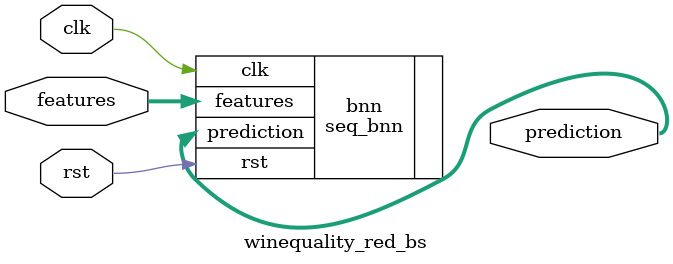
<source format=v>













module winequality_red_bs #(

parameter FEAT_CNT = 11,
parameter HIDDEN_CNT = 40,
parameter FEAT_BITS = 4,
parameter CLASS_CNT = 6,
parameter TEST_CNT = 1000


  ) (
  input clk,
  input rst,
  input [FEAT_CNT*FEAT_BITS-1:0] features,
  output [$clog2(CLASS_CNT)-1:0] prediction
  );

  localparam Weights0 = 440'b00011110010011110000111100010100111000010000110101100011110011000000011001011011000110010110110111010110011000110001110110100111000001001101111011101010000000001000011011010011100011101100011111111010000000011001000100111100110110101011110101100100010110110110011000100101100111011110000011011100101110000011110000111010110111111100111101100111101011000111001100000010010111011010011110010001010111110001011101111001011001010011001000111111 ;
  localparam Weights1 = 240'b100111000010000011101100000011110100010010111100101110000001110110000001011000111100000001001000010001000110110001110101101000110100101010100111101111110101000101110001001011110010011111110011011101100111101000101010111101111010101011110101 ;

  seq_bnn #(.FEAT_CNT(FEAT_CNT),.FEAT_BITS(FEAT_BITS),.HIDDEN_CNT(HIDDEN_CNT),.CLASS_CNT(CLASS_CNT),.Weights0(Weights0),.Weights1(Weights1)) bnn (
    .clk(clk),
    .rst(rst),
    .features(features),
    .prediction(prediction)
  );

endmodule

</source>
